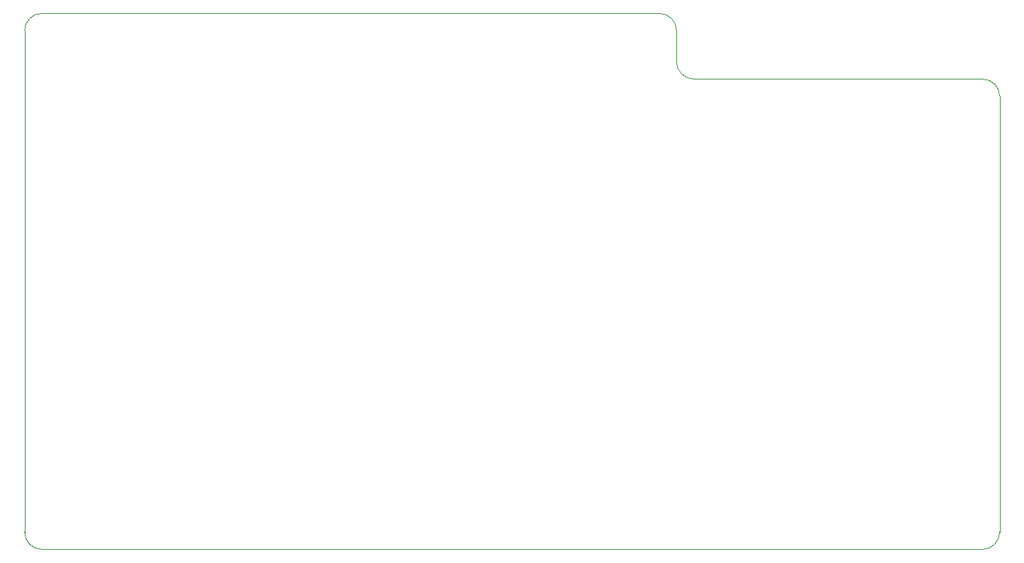
<source format=gm1>
%TF.GenerationSoftware,KiCad,Pcbnew,9.0.2*%
%TF.CreationDate,2025-07-21T02:07:20+05:30*%
%TF.ProjectId,2,322e6b69-6361-4645-9f70-636258585858,rev?*%
%TF.SameCoordinates,Original*%
%TF.FileFunction,Profile,NP*%
%FSLAX46Y46*%
G04 Gerber Fmt 4.6, Leading zero omitted, Abs format (unit mm)*
G04 Created by KiCad (PCBNEW 9.0.2) date 2025-07-21 02:07:20*
%MOMM*%
%LPD*%
G01*
G04 APERTURE LIST*
%TA.AperFunction,Profile*%
%ADD10C,0.050000*%
%TD*%
G04 APERTURE END LIST*
D10*
X165640000Y-55880000D02*
G75*
G02*
X167640000Y-57880000I0J-2000000D01*
G01*
X54610000Y-50260000D02*
G75*
G02*
X56610000Y-48260000I2000000J0D01*
G01*
X56610000Y-110490000D02*
G75*
G02*
X54610000Y-108490000I0J2000000D01*
G01*
X167640000Y-108490000D02*
G75*
G02*
X165640000Y-110490000I-2000000J0D01*
G01*
X128175000Y-48260000D02*
G75*
G02*
X130175000Y-50260000I0J-2000000D01*
G01*
X132175000Y-55880000D02*
G75*
G02*
X130175000Y-53880000I0J2000000D01*
G01*
X144780000Y-55880000D02*
X132175000Y-55880000D01*
X165640000Y-55880000D02*
X144780000Y-55880000D01*
X56610000Y-110490000D02*
X165640000Y-110490000D01*
X167640000Y-108490000D02*
X167640000Y-57880000D01*
X130175000Y-53880000D02*
X130175000Y-50260000D01*
X54610000Y-50260000D02*
X54610000Y-108490000D01*
X128175000Y-48260000D02*
X56610000Y-48260000D01*
M02*

</source>
